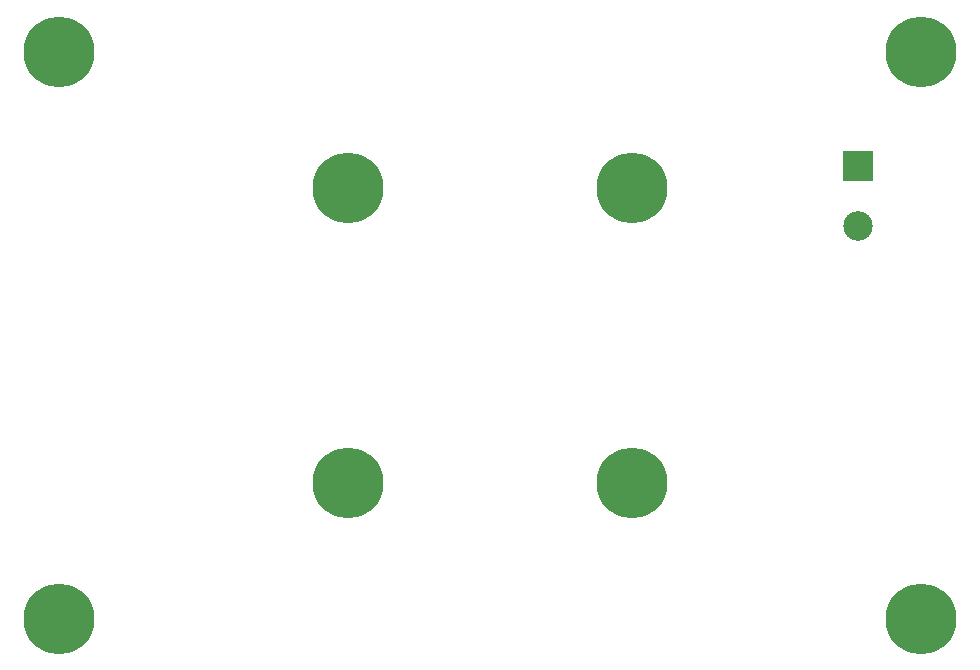
<source format=gbs>
%TF.GenerationSoftware,KiCad,Pcbnew,8.0.7*%
%TF.CreationDate,2025-01-15T23:21:58+00:00*%
%TF.ProjectId,PNP Camera,504e5020-4361-46d6-9572-612e6b696361,rev?*%
%TF.SameCoordinates,Original*%
%TF.FileFunction,Soldermask,Bot*%
%TF.FilePolarity,Negative*%
%FSLAX46Y46*%
G04 Gerber Fmt 4.6, Leading zero omitted, Abs format (unit mm)*
G04 Created by KiCad (PCBNEW 8.0.7) date 2025-01-15 23:21:58*
%MOMM*%
%LPD*%
G01*
G04 APERTURE LIST*
%ADD10C,6.000000*%
%ADD11R,2.500000X2.500000*%
%ADD12C,2.500000*%
G04 APERTURE END LIST*
D10*
%TO.C,*%
X133000000Y-81000000D03*
%TD*%
%TO.C,*%
X133000000Y-56000000D03*
%TD*%
%TO.C,*%
X157500000Y-92500000D03*
%TD*%
%TO.C,*%
X84500000Y-92500000D03*
%TD*%
%TO.C,*%
X109000000Y-56000000D03*
%TD*%
%TO.C,*%
X157500000Y-44500000D03*
%TD*%
%TO.C,*%
X109000000Y-81000000D03*
%TD*%
%TO.C,REF\u002A\u002A*%
X84500000Y-44500000D03*
%TD*%
D11*
%TO.C,J1*%
X152175000Y-54205000D03*
D12*
X152175000Y-59285000D03*
%TD*%
M02*

</source>
